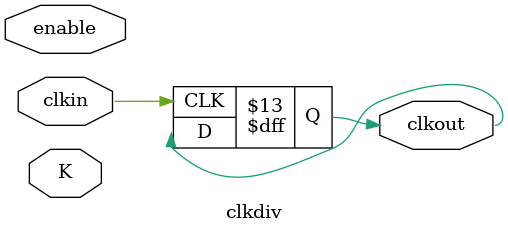
<source format=v>
module clkdiv( 
clkin, 
enable, 
K,
clkout);  
parameter K_BIT = 16; 

input clkin; 
input enable ;
input [K_BIT-1:0] K ;
output clkout; 

reg [K_BIT-1:0] count; 
reg clkout; 
always @ (posedge clkin)
	if (enable == 1'b0)
	 if (count == 10'b0) begin 
	 clkout <= clkout; 
	 count <= K;
	 end 
	 else 
		count <= count -1'b1;
endmodule 
</source>
